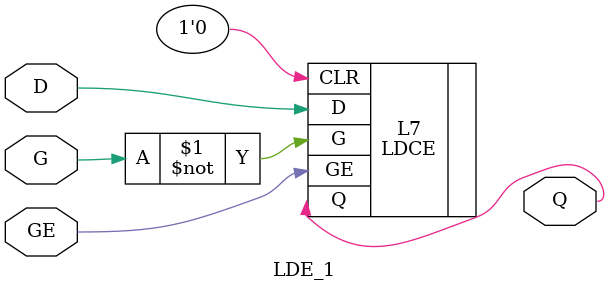
<source format=v>


`timescale  1 ps / 1 ps

module LDE_1 (Q, G, GE, D);

    parameter [0:0] INIT = 1'b0;

    output Q;

    input  G, GE, D;

    wire Q;

    LDCE #(.INIT(INIT)) L7 (.Q(Q), .G(~G), .GE(GE), .CLR(1'b0), .D(D));

endmodule


</source>
